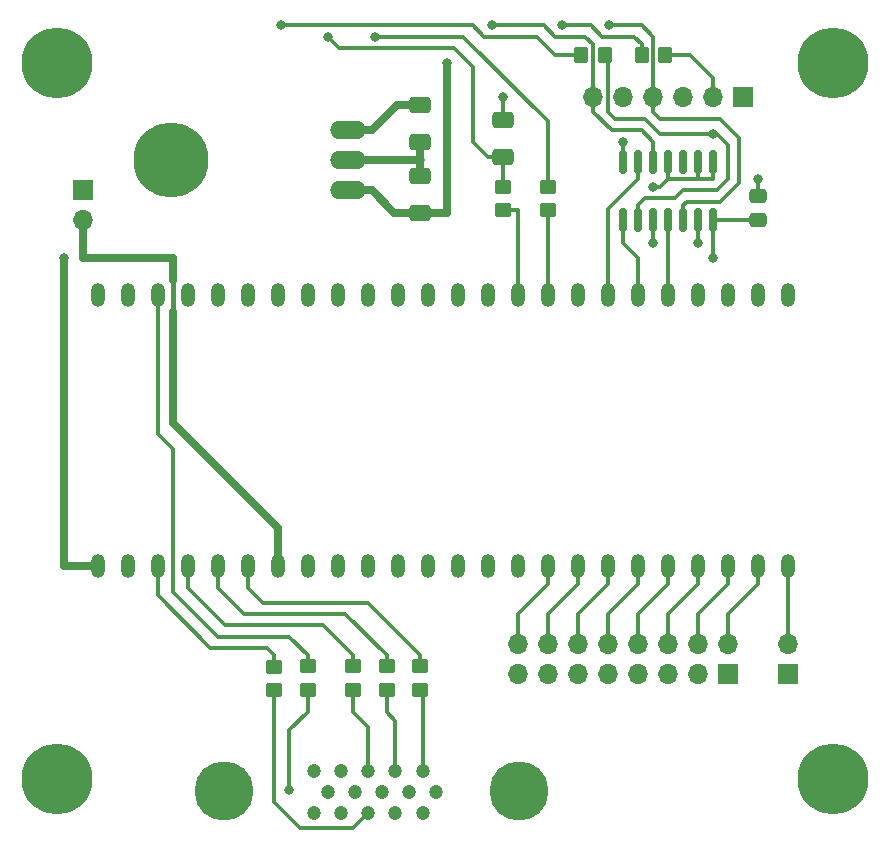
<source format=gbr>
%TF.GenerationSoftware,KiCad,Pcbnew,(6.0.0)*%
%TF.CreationDate,2023-01-29T22:37:32-05:00*%
%TF.ProjectId,TRS-80-M3-VID1,5452532d-3830-42d4-9d33-2d564944312e,rev?*%
%TF.SameCoordinates,Original*%
%TF.FileFunction,Copper,L1,Top*%
%TF.FilePolarity,Positive*%
%FSLAX46Y46*%
G04 Gerber Fmt 4.6, Leading zero omitted, Abs format (unit mm)*
G04 Created by KiCad (PCBNEW (6.0.0)) date 2023-01-29 22:37:32*
%MOMM*%
%LPD*%
G01*
G04 APERTURE LIST*
G04 Aperture macros list*
%AMRoundRect*
0 Rectangle with rounded corners*
0 $1 Rounding radius*
0 $2 $3 $4 $5 $6 $7 $8 $9 X,Y pos of 4 corners*
0 Add a 4 corners polygon primitive as box body*
4,1,4,$2,$3,$4,$5,$6,$7,$8,$9,$2,$3,0*
0 Add four circle primitives for the rounded corners*
1,1,$1+$1,$2,$3*
1,1,$1+$1,$4,$5*
1,1,$1+$1,$6,$7*
1,1,$1+$1,$8,$9*
0 Add four rect primitives between the rounded corners*
20,1,$1+$1,$2,$3,$4,$5,0*
20,1,$1+$1,$4,$5,$6,$7,0*
20,1,$1+$1,$6,$7,$8,$9,0*
20,1,$1+$1,$8,$9,$2,$3,0*%
G04 Aperture macros list end*
%TA.AperFunction,SMDPad,CuDef*%
%ADD10RoundRect,0.250000X-0.650000X0.412500X-0.650000X-0.412500X0.650000X-0.412500X0.650000X0.412500X0*%
%TD*%
%TA.AperFunction,SMDPad,CuDef*%
%ADD11RoundRect,0.250000X0.350000X0.450000X-0.350000X0.450000X-0.350000X-0.450000X0.350000X-0.450000X0*%
%TD*%
%TA.AperFunction,SMDPad,CuDef*%
%ADD12RoundRect,0.150000X-0.150000X0.825000X-0.150000X-0.825000X0.150000X-0.825000X0.150000X0.825000X0*%
%TD*%
%TA.AperFunction,SMDPad,CuDef*%
%ADD13RoundRect,0.250000X-0.450000X0.350000X-0.450000X-0.350000X0.450000X-0.350000X0.450000X0.350000X0*%
%TD*%
%TA.AperFunction,SMDPad,CuDef*%
%ADD14RoundRect,0.250000X0.650000X-0.412500X0.650000X0.412500X-0.650000X0.412500X-0.650000X-0.412500X0*%
%TD*%
%TA.AperFunction,ComponentPad*%
%ADD15C,5.001260*%
%TD*%
%TA.AperFunction,ComponentPad*%
%ADD16C,1.198880*%
%TD*%
%TA.AperFunction,ComponentPad*%
%ADD17C,0.800000*%
%TD*%
%TA.AperFunction,ComponentPad*%
%ADD18C,6.000000*%
%TD*%
%TA.AperFunction,SMDPad,CuDef*%
%ADD19RoundRect,0.250000X-0.475000X0.337500X-0.475000X-0.337500X0.475000X-0.337500X0.475000X0.337500X0*%
%TD*%
%TA.AperFunction,SMDPad,CuDef*%
%ADD20RoundRect,0.250000X0.450000X-0.350000X0.450000X0.350000X-0.450000X0.350000X-0.450000X-0.350000X0*%
%TD*%
%TA.AperFunction,ComponentPad*%
%ADD21R,1.700000X1.700000*%
%TD*%
%TA.AperFunction,ComponentPad*%
%ADD22O,1.700000X1.700000*%
%TD*%
%TA.AperFunction,ComponentPad*%
%ADD23C,6.350000*%
%TD*%
%TA.AperFunction,ComponentPad*%
%ADD24O,3.048000X1.524000*%
%TD*%
%TA.AperFunction,ComponentPad*%
%ADD25O,1.200000X2.000000*%
%TD*%
%TA.AperFunction,ViaPad*%
%ADD26C,0.800000*%
%TD*%
%TA.AperFunction,Conductor*%
%ADD27C,0.635000*%
%TD*%
%TA.AperFunction,Conductor*%
%ADD28C,0.304800*%
%TD*%
%TA.AperFunction,Conductor*%
%ADD29C,0.381000*%
%TD*%
G04 APERTURE END LIST*
D10*
%TO.P,C3,1*%
%TO.N,+5V*%
X130810000Y-52755000D03*
%TO.P,C3,2*%
%TO.N,GND*%
X130810000Y-55880000D03*
%TD*%
D11*
%TO.P,R9,1*%
%TO.N,Net-(R8-Pad1)*%
X146415000Y-48577500D03*
%TO.P,R9,2*%
%TO.N,VIDEO2*%
X144415000Y-48577500D03*
%TD*%
D12*
%TO.P,U2,1*%
%TO.N,GND*%
X155575000Y-57565000D03*
%TO.P,U2,2*%
X154305000Y-57565000D03*
%TO.P,U2,3*%
%TO.N,unconnected-(U2-Pad3)*%
X153035000Y-57565000D03*
%TO.P,U2,4*%
%TO.N,GND*%
X151765000Y-57565000D03*
%TO.P,U2,5*%
%TO.N,HSYNC*%
X150495000Y-57565000D03*
%TO.P,U2,6*%
%TO.N,HSYNCX*%
X149225000Y-57565000D03*
%TO.P,U2,7,GND*%
%TO.N,GND*%
X147955000Y-57565000D03*
%TO.P,U2,8*%
%TO.N,VIDEOX*%
X147955000Y-62515000D03*
%TO.P,U2,9*%
%TO.N,Net-(R8-Pad1)*%
X149225000Y-62515000D03*
%TO.P,U2,10*%
%TO.N,GND*%
X150495000Y-62515000D03*
%TO.P,U2,11*%
%TO.N,VSYNCX*%
X151765000Y-62515000D03*
%TO.P,U2,12*%
%TO.N,VSYNC*%
X153035000Y-62515000D03*
%TO.P,U2,13*%
%TO.N,GND*%
X154305000Y-62515000D03*
%TO.P,U2,14,VCC*%
%TO.N,+3V3*%
X155575000Y-62515000D03*
%TD*%
D13*
%TO.P,R5,1*%
%TO.N,VGA_HSYNC*%
X118427500Y-100330000D03*
%TO.P,R5,2*%
%TO.N,Net-(J2-Pad13)*%
X118427500Y-102330000D03*
%TD*%
D14*
%TO.P,C4,1*%
%TO.N,WIPER*%
X137795000Y-57157500D03*
%TO.P,C4,2*%
%TO.N,GND*%
X137795000Y-54032500D03*
%TD*%
D15*
%TO.P,J2,0,Case*%
%TO.N,GND*%
X114188240Y-110876080D03*
X139176760Y-110876080D03*
D16*
%TO.P,J2,1*%
%TO.N,Net-(J2-Pad1)*%
X130992880Y-109157100D03*
%TO.P,J2,2*%
%TO.N,Net-(J2-Pad2)*%
X128701800Y-109157100D03*
%TO.P,J2,3*%
%TO.N,Net-(J2-Pad3)*%
X126415800Y-109157100D03*
%TO.P,J2,4*%
%TO.N,unconnected-(J2-Pad4)*%
X124122180Y-109157100D03*
%TO.P,J2,5*%
%TO.N,GND*%
X121833640Y-109157100D03*
%TO.P,J2,6*%
X132138420Y-110921800D03*
%TO.P,J2,7*%
X129844800Y-110921800D03*
%TO.P,J2,8*%
X127546100Y-110921800D03*
%TO.P,J2,9*%
%TO.N,unconnected-(J2-Pad9)*%
X125247400Y-110921800D03*
%TO.P,J2,10*%
%TO.N,GND*%
X122974100Y-110921800D03*
%TO.P,J2,11*%
%TO.N,unconnected-(J2-Pad11)*%
X130992880Y-112713100D03*
%TO.P,J2,12*%
%TO.N,unconnected-(J2-Pad12)*%
X128701800Y-112713100D03*
%TO.P,J2,13*%
%TO.N,Net-(J2-Pad13)*%
X126413260Y-112713100D03*
%TO.P,J2,14*%
%TO.N,Net-(J2-Pad14)*%
X124122180Y-112713100D03*
%TO.P,J2,15*%
%TO.N,unconnected-(J2-Pad15)*%
X121831100Y-112713100D03*
%TD*%
D17*
%TO.P,H3,1*%
%TO.N,N/C*%
X165735000Y-107605000D03*
X164144010Y-111445990D03*
X165735000Y-112105000D03*
X164144010Y-108264010D03*
D18*
X165735000Y-109855000D03*
D17*
X167325990Y-111445990D03*
X167985000Y-109855000D03*
X163485000Y-109855000D03*
X167325990Y-108264010D03*
%TD*%
D19*
%TO.P,C2,1*%
%TO.N,GND*%
X159385000Y-60472500D03*
%TO.P,C2,2*%
%TO.N,+3V3*%
X159385000Y-62547500D03*
%TD*%
D20*
%TO.P,R7,1*%
%TO.N,Net-(R7-Pad1)*%
X137795000Y-61675000D03*
%TO.P,R7,2*%
%TO.N,WIPER*%
X137795000Y-59675000D03*
%TD*%
D13*
%TO.P,R3,1*%
%TO.N,VGA_BLUE*%
X125095000Y-100282500D03*
%TO.P,R3,2*%
%TO.N,Net-(J2-Pad3)*%
X125095000Y-102282500D03*
%TD*%
D21*
%TO.P,J3,1,Pin_1*%
%TO.N,GND*%
X161925000Y-100950010D03*
D22*
%TO.P,J3,2,Pin_2*%
%TO.N,Net-(J3-Pad2)*%
X161925000Y-98410010D03*
%TD*%
D11*
%TO.P,R8,1*%
%TO.N,Net-(R8-Pad1)*%
X151542500Y-48577500D03*
%TO.P,R8,2*%
%TO.N,VIDEO*%
X149542500Y-48577500D03*
%TD*%
D21*
%TO.P,J4,1,Pin_1*%
%TO.N,GND*%
X156830000Y-100965010D03*
D22*
%TO.P,J4,2,Pin_2*%
%TO.N,Net-(J4-Pad2)*%
X156830000Y-98425010D03*
%TO.P,J4,3,Pin_3*%
%TO.N,GND*%
X154290000Y-100965010D03*
%TO.P,J4,4,Pin_4*%
%TO.N,Net-(J4-Pad4)*%
X154290000Y-98425010D03*
%TO.P,J4,5,Pin_5*%
%TO.N,GND*%
X151750000Y-100965010D03*
%TO.P,J4,6,Pin_6*%
%TO.N,Net-(J4-Pad6)*%
X151750000Y-98425010D03*
%TO.P,J4,7,Pin_7*%
%TO.N,GND*%
X149210000Y-100965010D03*
%TO.P,J4,8,Pin_8*%
%TO.N,Net-(J4-Pad8)*%
X149210000Y-98425010D03*
%TO.P,J4,9,Pin_9*%
%TO.N,GND*%
X146670000Y-100965010D03*
%TO.P,J4,10,Pin_10*%
%TO.N,Net-(J4-Pad10)*%
X146670000Y-98425010D03*
%TO.P,J4,11,Pin_11*%
%TO.N,GND*%
X144130000Y-100965010D03*
%TO.P,J4,12,Pin_12*%
%TO.N,Net-(J4-Pad12)*%
X144130000Y-98425010D03*
%TO.P,J4,13,Pin_13*%
%TO.N,GND*%
X141590000Y-100965010D03*
%TO.P,J4,14,Pin_14*%
%TO.N,Net-(J4-Pad14)*%
X141590000Y-98425010D03*
%TO.P,J4,15,Pin_15*%
%TO.N,GND*%
X139050000Y-100965010D03*
%TO.P,J4,16,Pin_16*%
%TO.N,Net-(J4-Pad16)*%
X139050000Y-98425010D03*
%TD*%
D17*
%TO.P,H1,1*%
%TO.N,N/C*%
X102265990Y-49215990D03*
X101606980Y-50806980D03*
X100015990Y-46965990D03*
X98425000Y-50806980D03*
X97765990Y-49215990D03*
X98425000Y-47625000D03*
X101606980Y-47625000D03*
X100015990Y-51465990D03*
D18*
X100015990Y-49215990D03*
%TD*%
D13*
%TO.P,R2,1*%
%TO.N,VGA_GREEN*%
X127952500Y-100282500D03*
%TO.P,R2,2*%
%TO.N,Net-(J2-Pad2)*%
X127952500Y-102282500D03*
%TD*%
D14*
%TO.P,C1,1*%
%TO.N,+12V*%
X130810000Y-61887500D03*
%TO.P,C1,2*%
%TO.N,GND*%
X130810000Y-58762500D03*
%TD*%
D20*
%TO.P,R6,1*%
%TO.N,Net-(R6-Pad1)*%
X141605000Y-61675000D03*
%TO.P,R6,2*%
%TO.N,POT*%
X141605000Y-59675000D03*
%TD*%
D17*
%TO.P,H2,1*%
%TO.N,N/C*%
X101603490Y-111445990D03*
D18*
X100012500Y-109855000D03*
D17*
X100012500Y-112105000D03*
X101603490Y-108264010D03*
X100012500Y-107605000D03*
X102262500Y-109855000D03*
X97762500Y-109855000D03*
X98421510Y-111445990D03*
X98421510Y-108264010D03*
%TD*%
D13*
%TO.P,R1,1*%
%TO.N,VGA_RED*%
X130810000Y-100282500D03*
%TO.P,R1,2*%
%TO.N,Net-(J2-Pad1)*%
X130810000Y-102282500D03*
%TD*%
D23*
%TO.P,U3,*%
%TO.N,*%
X109728000Y-57467500D03*
D24*
%TO.P,U3,GND*%
%TO.N,GND*%
X124714000Y-57467500D03*
%TO.P,U3,IN*%
%TO.N,+12V*%
X124714000Y-60007500D03*
%TO.P,U3,OUT*%
%TO.N,+5V*%
X124714000Y-54927500D03*
%TD*%
D17*
%TO.P,H4,1*%
%TO.N,N/C*%
X164144010Y-50803490D03*
X167325990Y-47621510D03*
X164144010Y-47621510D03*
X165735000Y-46962500D03*
D18*
X165735000Y-49212500D03*
D17*
X163485000Y-49212500D03*
X165735000Y-51462500D03*
X167985000Y-49212500D03*
X167325990Y-50803490D03*
%TD*%
D21*
%TO.P,J6,1,Pin_1*%
%TO.N,GND*%
X158115000Y-52070000D03*
D22*
%TO.P,J6,2,Pin_2*%
%TO.N,Net-(R8-Pad1)*%
X155575000Y-52070000D03*
%TO.P,J6,3,Pin_3*%
%TO.N,GND*%
X153035000Y-52070000D03*
%TO.P,J6,4,Pin_4*%
%TO.N,VSYNC*%
X150495000Y-52070000D03*
%TO.P,J6,5,Pin_5*%
%TO.N,GND*%
X147955000Y-52070000D03*
%TO.P,J6,6,Pin_6*%
%TO.N,HSYNC*%
X145415000Y-52070000D03*
%TD*%
D13*
%TO.P,R4,1*%
%TO.N,VGA_VSYNC*%
X121285000Y-100282500D03*
%TO.P,R4,2*%
%TO.N,Net-(J2-Pad14)*%
X121285000Y-102282500D03*
%TD*%
D21*
%TO.P,J5,1,Pin_1*%
%TO.N,+5V*%
X102235000Y-60002500D03*
D22*
%TO.P,J5,2,Pin_2*%
%TO.N,Net-(J5-Pad2)*%
X102235000Y-62542500D03*
%TD*%
D25*
%TO.P,U1,1,Pad_38*%
%TO.N,unconnected-(U1-Pad1)*%
X161925000Y-68877500D03*
%TO.P,U1,2,Pad_37*%
%TO.N,unconnected-(U1-Pad2)*%
X159385000Y-68877500D03*
%TO.P,U1,3,Pad_36*%
%TO.N,unconnected-(U1-Pad3)*%
X156845000Y-68877500D03*
%TO.P,U1,4,Pad_39*%
%TO.N,unconnected-(U1-Pad4)*%
X154305000Y-68877500D03*
%TO.P,U1,5,Pad_25*%
%TO.N,VSYNCX*%
X151765000Y-68877500D03*
%TO.P,U1,6,Pad_26*%
%TO.N,VIDEOX*%
X149225000Y-68877500D03*
%TO.P,U1,7,Pad_27*%
%TO.N,HSYNCX*%
X146685000Y-68877500D03*
%TO.P,U1,8,Pad_28*%
%TO.N,unconnected-(U1-Pad8)*%
X144145000Y-68877500D03*
%TO.P,U1,9,Pad_29*%
%TO.N,Net-(R6-Pad1)*%
X141605000Y-68877500D03*
%TO.P,U1,10,Pad_30*%
%TO.N,Net-(R7-Pad1)*%
X139065000Y-68877500D03*
%TO.P,U1,11,Pad_33*%
%TO.N,unconnected-(U1-Pad11)*%
X136525000Y-68877500D03*
%TO.P,U1,12,Pad_34*%
%TO.N,unconnected-(U1-Pad12)*%
X133985000Y-68877500D03*
%TO.P,U1,13,Pad_40*%
%TO.N,unconnected-(U1-Pad13)*%
X131445000Y-68877500D03*
%TO.P,U1,14,Pad_35*%
%TO.N,unconnected-(U1-Pad14)*%
X128905000Y-68877500D03*
%TO.P,U1,15,Pad_41*%
%TO.N,unconnected-(U1-Pad15)*%
X126365000Y-68877500D03*
%TO.P,U1,16,Pad_42*%
%TO.N,unconnected-(U1-Pad16)*%
X123825000Y-68877500D03*
%TO.P,U1,17,Pad_51*%
%TO.N,unconnected-(U1-Pad17)*%
X121285000Y-68877500D03*
%TO.P,U1,18,Pad_53*%
%TO.N,unconnected-(U1-Pad18)*%
X118745000Y-68877500D03*
%TO.P,U1,19,Pad_54*%
%TO.N,unconnected-(U1-Pad19)*%
X116205000Y-68877500D03*
%TO.P,U1,20,Pad_55*%
%TO.N,unconnected-(U1-Pad20)*%
X113665000Y-68877500D03*
%TO.P,U1,21,Pad_56*%
%TO.N,unconnected-(U1-Pad21)*%
X111125000Y-68877500D03*
%TO.P,U1,22,Pad_57*%
%TO.N,VGA_VSYNC*%
X108585000Y-68877500D03*
%TO.P,U1,23,Pad_68*%
%TO.N,unconnected-(U1-Pad23)*%
X106045000Y-68877500D03*
%TO.P,U1,24,Pad_69*%
%TO.N,unconnected-(U1-Pad24)*%
X103505000Y-68877500D03*
%TO.P,U1,25,3V3*%
%TO.N,+3V3*%
X103505000Y-91777500D03*
%TO.P,U1,26,GND*%
%TO.N,GND*%
X106045000Y-91777500D03*
%TO.P,U1,27,Pad_32*%
%TO.N,VGA_HSYNC*%
X108585000Y-91777500D03*
%TO.P,U1,28,Pad_31*%
%TO.N,VGA_BLUE*%
X111125000Y-91777500D03*
%TO.P,U1,29,Pad_49*%
%TO.N,VGA_GREEN*%
X113665000Y-91777500D03*
%TO.P,U1,30,Pad_48*%
%TO.N,VGA_RED*%
X116205000Y-91777500D03*
%TO.P,U1,31,5V*%
%TO.N,Net-(J5-Pad2)*%
X118745000Y-91777500D03*
%TO.P,U1,32,Pad_70*%
%TO.N,unconnected-(U1-Pad32)*%
X121285000Y-91777500D03*
%TO.P,U1,33,Pad_71*%
%TO.N,unconnected-(U1-Pad33)*%
X123825000Y-91777500D03*
%TO.P,U1,34,Pad_72*%
%TO.N,unconnected-(U1-Pad34)*%
X126365000Y-91777500D03*
%TO.P,U1,35,Pad_73*%
%TO.N,unconnected-(U1-Pad35)*%
X128905000Y-91777500D03*
%TO.P,U1,36,Pad_74*%
%TO.N,unconnected-(U1-Pad36)*%
X131445000Y-91777500D03*
%TO.P,U1,37,Pad_75*%
%TO.N,unconnected-(U1-Pad37)*%
X133985000Y-91777500D03*
%TO.P,U1,38,Pad_76*%
%TO.N,unconnected-(U1-Pad38)*%
X136525000Y-91777500D03*
%TO.P,U1,39,Pad_77*%
%TO.N,unconnected-(U1-Pad39)*%
X139065000Y-91777500D03*
%TO.P,U1,40,Pad_79*%
%TO.N,Net-(J4-Pad16)*%
X141605000Y-91777500D03*
%TO.P,U1,41,Pad_80*%
%TO.N,Net-(J4-Pad14)*%
X144145000Y-91777500D03*
%TO.P,U1,42,Pad_81*%
%TO.N,Net-(J4-Pad12)*%
X146685000Y-91777500D03*
%TO.P,U1,43,Pad_82*%
%TO.N,Net-(J4-Pad10)*%
X149225000Y-91777500D03*
%TO.P,U1,44,Pad_83*%
%TO.N,Net-(J4-Pad8)*%
X151765000Y-91777500D03*
%TO.P,U1,45,Pad_84*%
%TO.N,Net-(J4-Pad6)*%
X154305000Y-91777500D03*
%TO.P,U1,46,Pad_85*%
%TO.N,Net-(J4-Pad4)*%
X156845000Y-91777500D03*
%TO.P,U1,47,Pad_86*%
%TO.N,Net-(J4-Pad2)*%
X159385000Y-91777500D03*
%TO.P,U1,48,Pad_63*%
%TO.N,Net-(J3-Pad2)*%
X161925000Y-91777500D03*
%TD*%
D26*
%TO.N,GND*%
X147955000Y-55880000D03*
X130810000Y-57467500D03*
X150495000Y-64452500D03*
X137795000Y-52102500D03*
X154305000Y-64452500D03*
X150495000Y-59690000D03*
X159385000Y-59055000D03*
%TO.N,+3V3*%
X100647500Y-65722500D03*
X155575000Y-65755000D03*
%TO.N,Net-(J2-Pad14)*%
X119697500Y-110807500D03*
%TO.N,VIDEO2*%
X119005350Y-45980350D03*
%TO.N,Net-(R8-Pad1)*%
X155575000Y-55245000D03*
%TO.N,VSYNC*%
X146742150Y-46037500D03*
%TO.N,VIDEO*%
X142779750Y-46037500D03*
%TO.N,HSYNC*%
X136842500Y-46037500D03*
%TO.N,+12V*%
X133032500Y-49212500D03*
%TO.N,WIPER*%
X122967750Y-46990000D03*
%TO.N,POT*%
X126930150Y-46990000D03*
%TD*%
D27*
%TO.N,+5V*%
X128854987Y-52755013D02*
X130810000Y-52755013D01*
X126682500Y-54927500D02*
X128854987Y-52755013D01*
X124714000Y-54927500D02*
X126682500Y-54927500D01*
D28*
%TO.N,GND*%
X151765000Y-59055000D02*
X151130000Y-59690000D01*
D27*
X130810000Y-55880000D02*
X130810000Y-57467500D01*
D28*
X154305000Y-59055000D02*
X151765000Y-59055000D01*
X147955000Y-57565000D02*
X147955000Y-55880000D01*
X151765000Y-59055000D02*
X151765000Y-57565000D01*
D27*
X124714000Y-57467500D02*
X130810000Y-57467500D01*
D28*
X151130000Y-59690000D02*
X150495000Y-59690000D01*
X154305000Y-57565000D02*
X154305000Y-59055000D01*
X155575000Y-59055000D02*
X154305000Y-59055000D01*
X159385000Y-60472500D02*
X159385000Y-59055000D01*
X154305000Y-62515000D02*
X154305000Y-64452500D01*
D27*
X130810000Y-57467500D02*
X130810000Y-58762494D01*
D28*
X150495000Y-62515000D02*
X150495000Y-64452500D01*
X137795000Y-54032500D02*
X137795000Y-52102500D01*
X155575000Y-57565000D02*
X155575000Y-59055000D01*
%TO.N,+3V3*%
X155575000Y-62515000D02*
X155575000Y-65755000D01*
D27*
X100647500Y-65722500D02*
X100647500Y-91757500D01*
X100667500Y-91777500D02*
X103505000Y-91777500D01*
D28*
X155575000Y-62515000D02*
X159352500Y-62515000D01*
D27*
X100647500Y-91757500D02*
X100667500Y-91777500D01*
D28*
%TO.N,Net-(J2-Pad1)*%
X130992880Y-109157100D02*
X130992880Y-102465380D01*
%TO.N,Net-(J2-Pad2)*%
X127952500Y-104140000D02*
X127952500Y-102282500D01*
X128701800Y-109157100D02*
X128701800Y-104889300D01*
X128701800Y-104889300D02*
X127952500Y-104140000D01*
%TO.N,Net-(J2-Pad3)*%
X125095000Y-104140000D02*
X125095000Y-102282500D01*
X126415800Y-109157100D02*
X126415800Y-105460800D01*
X126415800Y-105460800D02*
X125095000Y-104140000D01*
%TO.N,Net-(J2-Pad13)*%
X125143860Y-113982500D02*
X126413260Y-112713100D01*
X118427500Y-102330000D02*
X118427500Y-111760000D01*
X118427500Y-111760000D02*
X120650000Y-113982500D01*
X120650000Y-113982500D02*
X125143860Y-113982500D01*
%TO.N,Net-(J2-Pad14)*%
X119697500Y-105727500D02*
X121285000Y-104140000D01*
X121285000Y-104140000D02*
X121285000Y-102282500D01*
X119697500Y-110807500D02*
X119697500Y-105727500D01*
%TO.N,VIDEO2*%
X140652500Y-46990000D02*
X142240000Y-48577500D01*
X142240000Y-48577500D02*
X144415000Y-48577500D01*
X136207500Y-46990000D02*
X140652500Y-46990000D01*
X119005350Y-45980350D02*
X135255000Y-45980350D01*
X135255000Y-46037500D02*
X136207500Y-46990000D01*
%TO.N,VGA_RED*%
X116205000Y-93662500D02*
X116205000Y-91777500D01*
X130810000Y-100282500D02*
X130810000Y-99377500D01*
X117475000Y-94932500D02*
X116205000Y-93662500D01*
X126365000Y-94932500D02*
X117475000Y-94932500D01*
X130810000Y-99377500D02*
X126365000Y-94932500D01*
%TO.N,VGA_GREEN*%
X113665000Y-93662500D02*
X113665000Y-91777500D01*
X124460000Y-95885000D02*
X115887500Y-95885000D01*
X115887500Y-95885000D02*
X113665000Y-93662500D01*
X127952500Y-99377500D02*
X124460000Y-95885000D01*
X127952500Y-100282500D02*
X127952500Y-99377500D01*
%TO.N,VGA_BLUE*%
X125095000Y-100282500D02*
X125095000Y-99377500D01*
X125095000Y-99377500D02*
X122555000Y-96837500D01*
X111125000Y-93662500D02*
X111125000Y-91777500D01*
X122555000Y-96837500D02*
X114300000Y-96837500D01*
X114300000Y-96837500D02*
X111125000Y-93662500D01*
%TO.N,VGA_HSYNC*%
X113030000Y-98742500D02*
X117792500Y-98742500D01*
X118427500Y-99377500D02*
X118427500Y-100012500D01*
X108585000Y-91777500D02*
X108585000Y-94297500D01*
X117792500Y-98742500D02*
X118427500Y-99377500D01*
X108585000Y-94297500D02*
X113030000Y-98742500D01*
%TO.N,VGA_VSYNC*%
X109855000Y-93980000D02*
X109855000Y-81915000D01*
X119697500Y-97790000D02*
X113665000Y-97790000D01*
X109855000Y-81915000D02*
X108585000Y-80645000D01*
X108585000Y-80645000D02*
X108585000Y-68877500D01*
X121285000Y-100282500D02*
X121285000Y-99377500D01*
X121285000Y-99377500D02*
X119697500Y-97790000D01*
X113665000Y-97790000D02*
X109855000Y-93980000D01*
%TO.N,Net-(R8-Pad1)*%
X152400000Y-60642500D02*
X149860000Y-60642500D01*
X151130000Y-55245000D02*
X155575000Y-55245000D01*
X155575000Y-55245000D02*
X155892500Y-55245000D01*
X146685000Y-48577500D02*
X146685000Y-53340000D01*
X149225000Y-61277500D02*
X149225000Y-62515000D01*
X155892500Y-60007500D02*
X153035000Y-60007500D01*
X149860000Y-60642500D02*
X149225000Y-61277500D01*
X149860000Y-53975000D02*
X151130000Y-55245000D01*
X156845000Y-56197500D02*
X156845000Y-59055000D01*
X146685000Y-53340000D02*
X147320000Y-53975000D01*
X155892500Y-55245000D02*
X156845000Y-56197500D01*
X147320000Y-53975000D02*
X149860000Y-53975000D01*
X153670000Y-48577500D02*
X155575000Y-50482500D01*
X153035000Y-60007500D02*
X152400000Y-60642500D01*
X155575000Y-50482500D02*
X155575000Y-52070000D01*
X156845000Y-59055000D02*
X155892500Y-60007500D01*
X151542500Y-48577500D02*
X153670000Y-48577500D01*
%TO.N,VSYNC*%
X157797500Y-59372500D02*
X156210000Y-60960000D01*
X151130000Y-53975000D02*
X156210000Y-53975000D01*
X149542500Y-46037500D02*
X146742150Y-46037500D01*
X150495000Y-46990000D02*
X150495000Y-52070000D01*
X156210000Y-60960000D02*
X153352500Y-60960000D01*
X153035000Y-61277500D02*
X153035000Y-62515000D01*
X157797500Y-55562500D02*
X157797500Y-59372500D01*
X150495000Y-52070000D02*
X150495000Y-53340000D01*
X150495000Y-53340000D02*
X151130000Y-53975000D01*
X156210000Y-53975000D02*
X157797500Y-55562500D01*
X153352500Y-60960000D02*
X153035000Y-61277500D01*
X149542500Y-46037500D02*
X150495000Y-46990000D01*
%TO.N,VIDEO*%
X146195321Y-46990000D02*
X145242821Y-46037500D01*
X148907500Y-46990000D02*
X146195321Y-46990000D01*
X148907500Y-46990000D02*
X149542500Y-47625000D01*
X145242821Y-46037500D02*
X142779750Y-46037500D01*
X149542500Y-47625000D02*
X149542500Y-48577500D01*
%TO.N,HSYNC*%
X149542500Y-54927500D02*
X150495000Y-55880000D01*
X145415000Y-53340000D02*
X147002500Y-54927500D01*
X147002500Y-54927500D02*
X149542500Y-54927500D01*
X141287500Y-46037500D02*
X142240000Y-46990000D01*
X145415000Y-52070000D02*
X145415000Y-53340000D01*
X142240000Y-46990000D02*
X144780000Y-46990000D01*
X136842500Y-46037500D02*
X141287500Y-46037500D01*
X144780000Y-46990000D02*
X145415000Y-47625000D01*
X150495000Y-55880000D02*
X150495000Y-57565000D01*
X145415000Y-47625000D02*
X145415000Y-52070000D01*
%TO.N,HSYNCX*%
X149225000Y-57565000D02*
X149225000Y-59055000D01*
X146685000Y-61595000D02*
X146685000Y-68877500D01*
X149225000Y-59055000D02*
X146685000Y-61595000D01*
%TO.N,VIDEOX*%
X147955000Y-62515000D02*
X147955000Y-64452500D01*
X147955000Y-64452500D02*
X149225000Y-65722500D01*
X149225000Y-65722500D02*
X149225000Y-68877500D01*
%TO.N,VSYNCX*%
X151765000Y-62515000D02*
X151765000Y-68877500D01*
D27*
%TO.N,+12V*%
X126682500Y-60007500D02*
X128587500Y-61912500D01*
X124714000Y-60007500D02*
X126682500Y-60007500D01*
X133032500Y-61887506D02*
X130810000Y-61887506D01*
X128587500Y-61912500D02*
X130785006Y-61912500D01*
X133032500Y-49212500D02*
X133032500Y-61912500D01*
D28*
%TO.N,Net-(J3-Pad2)*%
X161925000Y-91777490D02*
X161925000Y-98410010D01*
%TO.N,Net-(J4-Pad2)*%
X159385000Y-93345000D02*
X156829989Y-95900011D01*
X156829989Y-95880021D02*
X156829989Y-98425000D01*
X159385000Y-91777490D02*
X159385000Y-93345000D01*
%TO.N,Net-(J4-Pad4)*%
X156845000Y-93345000D02*
X154289989Y-95900011D01*
X154289989Y-95880021D02*
X154289989Y-98425000D01*
X156845000Y-91777490D02*
X156845000Y-93345000D01*
%TO.N,Net-(J4-Pad6)*%
X154305000Y-93345000D02*
X151749989Y-95900011D01*
X154305000Y-91777490D02*
X154305000Y-93345000D01*
X151749989Y-95880021D02*
X151749989Y-98425000D01*
%TO.N,Net-(J4-Pad8)*%
X149209989Y-95880021D02*
X149209989Y-98425000D01*
X151765000Y-91777490D02*
X151765000Y-93345000D01*
X151765000Y-93345000D02*
X149209989Y-95900011D01*
%TO.N,Net-(J4-Pad10)*%
X149225000Y-93345000D02*
X146669989Y-95900011D01*
X146669989Y-95880021D02*
X146669989Y-98425000D01*
X149225000Y-91777490D02*
X149225000Y-93345000D01*
%TO.N,Net-(J4-Pad12)*%
X146685000Y-91777490D02*
X146685000Y-93345000D01*
X144129989Y-95880021D02*
X144129989Y-98425000D01*
X146685000Y-93345000D02*
X144129989Y-95900011D01*
%TO.N,Net-(J4-Pad14)*%
X144145000Y-91777490D02*
X144145000Y-93345000D01*
X144145000Y-93345000D02*
X141589989Y-95900011D01*
X141589989Y-95880021D02*
X141589989Y-98425000D01*
%TO.N,Net-(J4-Pad16)*%
X141605000Y-91777490D02*
X141605000Y-93345000D01*
X139049989Y-95880021D02*
X139049989Y-98425000D01*
X141605000Y-93345000D02*
X139049989Y-95900011D01*
D27*
%TO.N,Net-(J5-Pad2)*%
X109855000Y-67627500D02*
X109855000Y-65722500D01*
X109855000Y-79375000D02*
X109855000Y-70326250D01*
X118745000Y-88582500D02*
X109855000Y-79692500D01*
X102235000Y-65722500D02*
X102235000Y-62542500D01*
D29*
X109855000Y-70326250D02*
X109855000Y-67786250D01*
D27*
X118745000Y-91777490D02*
X118745000Y-88582500D01*
X109855000Y-65722500D02*
X102235000Y-65722500D01*
D28*
%TO.N,WIPER*%
X137795000Y-57157500D02*
X136500000Y-57157500D01*
X123920250Y-47942500D02*
X122967750Y-46990000D01*
X133667500Y-47942500D02*
X123920250Y-47942500D01*
X135255000Y-55912500D02*
X135255000Y-49530000D01*
X136500000Y-57157500D02*
X135255000Y-55912500D01*
X137795000Y-57182500D02*
X137795000Y-59675000D01*
X135255000Y-49530000D02*
X133667500Y-47942500D01*
%TO.N,POT*%
X126930150Y-46990000D02*
X134426325Y-46990000D01*
X134426325Y-46990000D02*
X141605000Y-54168675D01*
X141605000Y-54168675D02*
X141605000Y-59675000D01*
%TO.N,Net-(R7-Pad1)*%
X139065000Y-61627500D02*
X137842500Y-61627500D01*
X139065000Y-68910000D02*
X139065000Y-61627500D01*
%TO.N,Net-(R6-Pad1)*%
X141605000Y-68910000D02*
X141605000Y-61675000D01*
%TD*%
M02*

</source>
